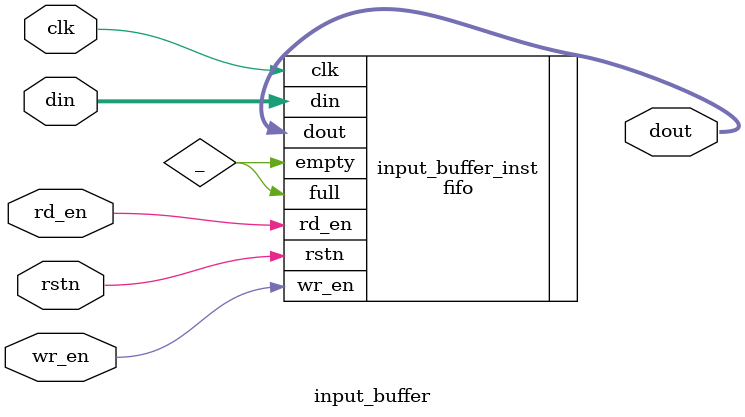
<source format=sv>
`include "sysdef.svh"

module input_buffer (
    input logic clk,
    input logic rstn,
    input logic wr_en,           // Write enable
    input logic rd_en,           // Read enable
    input logic [131-1:0] din, // Data input
    output logic [131-1:0] dout // Data output
    // output logic full,           // FIFO full flag
    // output logic empty           // FIFO empty flag
);

fifo # (
    .DEPTH(32),
    .WIDTH(131)
    )
    input_buffer_inst (
        .clk(clk),
        .rstn(rstn),
        .wr_en(wr_en),
        .rd_en(rd_en),
        .din(din),
        .dout(dout),
        .full(_),
        .empty(_)
    );

endmodule
</source>
